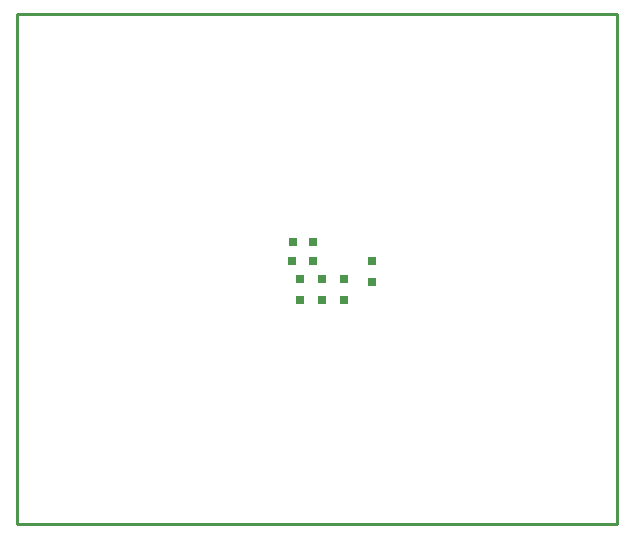
<source format=gbp>
G04*
G04 #@! TF.GenerationSoftware,Altium Limited,Altium Designer,20.2.5 (213)*
G04*
G04 Layer_Color=128*
%FSLAX42Y42*%
%MOMM*%
G71*
G04*
G04 #@! TF.SameCoordinates,99264967-5F5F-486C-9E42-840607406226*
G04*
G04*
G04 #@! TF.FilePolarity,Positive*
G04*
G01*
G75*
%ADD11C,0.25*%
%ADD18R,0.80X0.80*%
%ADD24R,0.80X0.80*%
D11*
X3302Y3302D02*
Y7620D01*
X8382D01*
Y3302D02*
Y7620D01*
X3302Y3302D02*
X8382D01*
D18*
X5640Y5690D02*
D03*
X5815D02*
D03*
X5811Y5522D02*
D03*
X5636D02*
D03*
D24*
X6312Y5524D02*
D03*
Y5349D02*
D03*
X6071Y5196D02*
D03*
Y5371D02*
D03*
X5890Y5196D02*
D03*
Y5371D02*
D03*
X5702Y5196D02*
D03*
Y5371D02*
D03*
M02*

</source>
